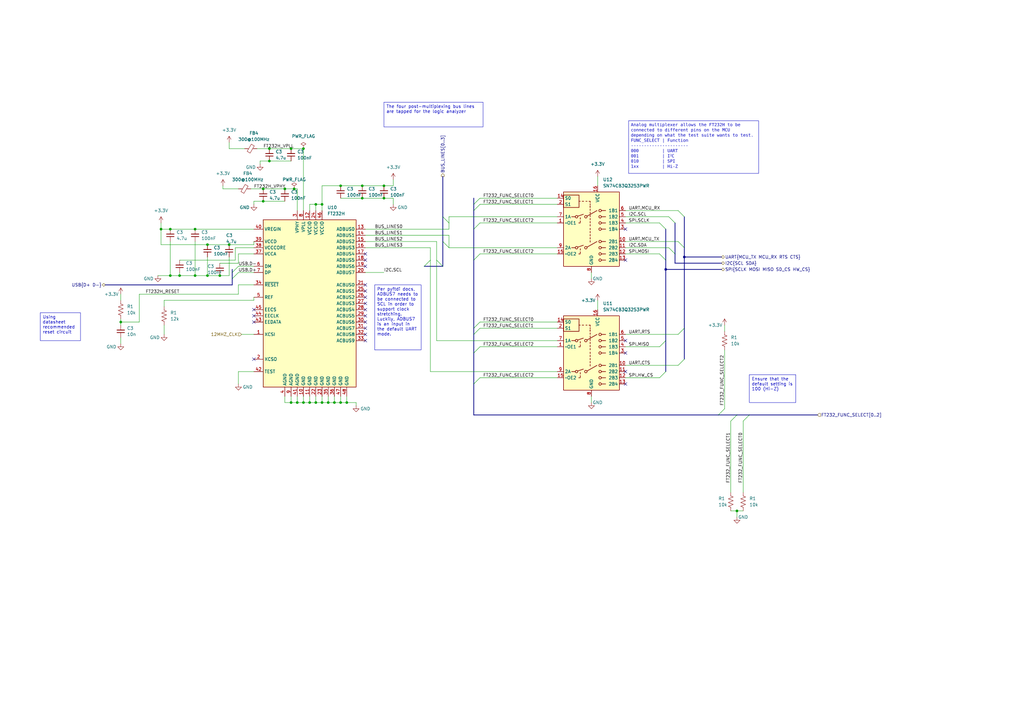
<source format=kicad_sch>
(kicad_sch (version 20230121) (generator eeschema)
  (paper "A3")
  (lib_symbols
    (symbol "Device:C_Small" (pin_numbers hide) (pin_names (offset 0.254) hide)
      (property "Reference" "C" (at 0.254 1.778 0))
      (property "Value" "C_Small" (at 0.254 -2.032 0))
      (symbol "C_Small_0_1"
        (polyline (pts (xy -1.524 -0.508) (xy 1.524 -0.508)) (stroke (width 0.3302)))
        (polyline (pts (xy -1.524 0.508) (xy 1.524 0.508)) (stroke (width 0.3048)))
      )
      (symbol "C_Small_1_1"
        (pin passive line (at 0 2.54 270) (length 2.032) (name "~") (number "1"))
        (pin passive line (at 0 -2.54 90) (length 2.032) (name "~") (number "2"))
      )
    )
    (symbol "Device:FerriteBead_Small" (pin_numbers hide) (pin_names (offset 0))
      (property "Reference" "FB" (at 1.905 1.27 0))
      (property "Value" "FerriteBead_Small" (at 1.905 -1.27 0))
      (symbol "FerriteBead_Small_0_1"
        (polyline (pts (xy 0 -1.27) (xy 0 -0.7874)))
        (polyline (pts (xy 0 0.889) (xy 0 1.2954)))
        (polyline (pts (xy -1.8288 0.2794) (xy -1.1176 1.4986) (xy 1.8288 -0.2032) (xy 1.1176 -1.4224) (xy -1.8288 0.2794)))
      )
      (symbol "FerriteBead_Small_1_1"
        (pin passive line (at 0 2.54 270) (length 1.27) (name "~") (number "1"))
        (pin passive line (at 0 -2.54 90) (length 1.27) (name "~") (number "2"))
      )
    )
    (symbol "Device:R_US" (pin_numbers hide) (pin_names (offset 0))
      (property "Reference" "R" (at 2.54 0 90))
      (property "Value" "R_US" (at -2.54 0 90))
      (symbol "R_US_0_1"
        (polyline (pts (xy 0 -2.286) (xy 0 -2.54)))
        (polyline (pts (xy 0 2.286) (xy 0 2.54)))
        (polyline (pts (xy 0 -0.762) (xy 1.016 -1.143) (xy 0 -1.524) (xy -1.016 -1.905) (xy 0 -2.286)))
        (polyline (pts (xy 0 0.762) (xy 1.016 0.381) (xy 0 0) (xy -1.016 -0.381) (xy 0 -0.762)))
        (polyline (pts (xy 0 2.286) (xy 1.016 1.905) (xy 0 1.524) (xy -1.016 1.143) (xy 0 0.762)))
      )
      (symbol "R_US_1_1"
        (pin passive line (at 0 3.81 270) (length 1.27) (name "~") (number "1"))
        (pin passive line (at 0 -3.81 90) (length 1.27) (name "~") (number "2"))
      )
    )
    (symbol "Interface_USB:FT232H"
      (property "Reference" "U" (at -19.05 35.56 0))
      (property "Value" "FT232H" (at 12.7 35.56 0))
      (symbol "FT232H_0_1"
        (rectangle (start -19.05 34.29) (end 19.05 -34.29) (stroke (width 0.254)) (fill (type background)))
      )
      (symbol "FT232H_1_1"
        (pin input line (at -22.86 -12.7 0) (length 3.81) (name "XCSI") (number "1"))
        (pin power_in line (at -2.54 -38.1 90) (length 3.81) (name "GND") (number "10"))
        (pin power_in line (at 0 -38.1 90) (length 3.81) (name "GND") (number "11"))
        (pin power_in line (at 0 38.1 270) (length 3.81) (name "VCCIO") (number "12"))
        (pin bidirectional line (at 22.86 30.48 180) (length 3.81) (name "ADBUS0") (number "13"))
        (pin bidirectional line (at 22.86 27.94 180) (length 3.81) (name "ADBUS1") (number "14"))
        (pin bidirectional line (at 22.86 25.4 180) (length 3.81) (name "ADBUS2") (number "15"))
        (pin bidirectional line (at 22.86 22.86 180) (length 3.81) (name "ADBUS3") (number "16"))
        (pin bidirectional line (at 22.86 20.32 180) (length 3.81) (name "ADBUS4") (number "17"))
        (pin bidirectional line (at 22.86 17.78 180) (length 3.81) (name "ADBUS5") (number "18"))
        (pin bidirectional line (at 22.86 15.24 180) (length 3.81) (name "ADBUS6") (number "19"))
        (pin output line (at -22.86 -22.86 0) (length 3.81) (name "XCSO") (number "2"))
        (pin bidirectional line (at 22.86 12.7 180) (length 3.81) (name "ADBUS7") (number "20"))
        (pin bidirectional line (at 22.86 7.62 180) (length 3.81) (name "ACBUS0") (number "21"))
        (pin power_in line (at 2.54 -38.1 90) (length 3.81) (name "GND") (number "22"))
        (pin power_in line (at 5.08 -38.1 90) (length 3.81) (name "GND") (number "23"))
        (pin power_in line (at 2.54 38.1 270) (length 3.81) (name "VCCIO") (number "24"))
        (pin bidirectional line (at 22.86 5.08 180) (length 3.81) (name "ACBUS1") (number "25"))
        (pin bidirectional line (at 22.86 2.54 180) (length 3.81) (name "ACBUS2") (number "26"))
        (pin bidirectional line (at 22.86 0 180) (length 3.81) (name "ACBUS3") (number "27"))
        (pin bidirectional line (at 22.86 -2.54 180) (length 3.81) (name "ACBUS4") (number "28"))
        (pin bidirectional line (at 22.86 -5.08 180) (length 3.81) (name "ACBUS5") (number "29"))
        (pin power_in line (at -5.08 38.1 270) (length 3.81) (name "VPHY") (number "3"))
        (pin bidirectional line (at 22.86 -7.62 180) (length 3.81) (name "ACBUS6") (number "30"))
        (pin bidirectional line (at 22.86 -10.16 180) (length 3.81) (name "ACBUS7") (number "31"))
        (pin bidirectional line (at 22.86 -12.7 180) (length 3.81) (name "ACBUS8") (number "32"))
        (pin bidirectional line (at 22.86 -15.24 180) (length 3.81) (name "ACBUS9") (number "33"))
        (pin input line (at -22.86 7.62 0) (length 3.81) (name "~{RESET}") (number "34"))
        (pin power_in line (at 7.62 -38.1 90) (length 3.81) (name "GND") (number "35"))
        (pin power_in line (at 10.16 -38.1 90) (length 3.81) (name "GND") (number "36"))
        (pin power_out line (at -22.86 20.32 0) (length 3.81) (name "VCCA") (number "37"))
        (pin power_out line (at -22.86 22.86 0) (length 3.81) (name "VCCCORE") (number "38"))
        (pin power_in line (at -22.86 25.4 0) (length 3.81) (name "VCCD") (number "39"))
        (pin power_in line (at -10.16 -38.1 90) (length 3.81) (name "AGND") (number "4"))
        (pin power_in line (at -22.86 30.48 0) (length 3.81) (name "VREGIN") (number "40"))
        (pin power_in line (at -5.08 -38.1 90) (length 3.81) (name "AGND") (number "41"))
        (pin input line (at -22.86 -27.94 0) (length 3.81) (name "TEST") (number "42"))
        (pin bidirectional line (at -22.86 -7.62 0) (length 3.81) (name "EEDATA") (number "43"))
        (pin input line (at -22.86 -5.08 0) (length 3.81) (name "EECLK") (number "44"))
        (pin input line (at -22.86 -2.54 0) (length 3.81) (name "EECS") (number "45"))
        (pin power_in line (at 5.08 38.1 270) (length 3.81) (name "VCCIO") (number "46"))
        (pin power_in line (at 12.7 -38.1 90) (length 3.81) (name "GND") (number "47"))
        (pin power_in line (at 15.24 -38.1 90) (length 3.81) (name "GND") (number "48"))
        (pin input line (at -22.86 2.54 0) (length 3.81) (name "REF") (number "5"))
        (pin bidirectional line (at -22.86 15.24 0) (length 3.81) (name "DM") (number "6"))
        (pin bidirectional line (at -22.86 12.7 0) (length 3.81) (name "DP") (number "7"))
        (pin power_in line (at -2.54 38.1 270) (length 3.81) (name "VPLL") (number "8"))
        (pin power_in line (at -7.62 -38.1 90) (length 3.81) (name "AGND") (number "9"))
      )
    )
    (symbol "power:+3.3V" (power) (pin_names (offset 0))
      (property "Value" "+3.3V" (at 0 3.556 0))
      (symbol "+3.3V_0_1"
        (polyline (pts (xy -0.762 1.27) (xy 0 2.54)))
        (polyline (pts (xy 0 0) (xy 0 2.54)))
        (polyline (pts (xy 0 2.54) (xy 0.762 1.27)))
      )
      (symbol "+3.3V_1_1"
        (pin power_in line (at 0 0 90) (length 0) hide (name "+3.3V") (number "1"))
      )
    )
    (symbol "power:GND" (power) (pin_names (offset 0))
      (property "Value" "GND" (at 0 -3.81 0))
      (symbol "GND_0_1"
        (polyline (pts (xy 0 0) (xy 0 -1.27) (xy 1.27 -1.27) (xy 0 -2.54) (xy -1.27 -1.27) (xy 0 -1.27)))
      )
      (symbol "GND_1_1"
        (pin power_in line (at 0 0 270) (length 0) hide (name "GND") (number "1"))
      )
    )
    (symbol "power:PWR_FLAG" (power) (pin_numbers hide) (pin_names (offset 0) hide)
      (property "Value" "PWR_FLAG" (at 0 3.81 0))
      (symbol "PWR_FLAG_0_0"
        (pin power_out line (at 0 0 90) (length 0) (name "pwr") (number "1"))
      )
      (symbol "PWR_FLAG_0_1"
        (polyline (pts (xy 0 0) (xy 0 1.27) (xy -1.016 1.905) (xy 0 2.54) (xy 1.016 1.905) (xy 0 1.27)))
      )
    )
    (symbol "project libraries:SN74CB3Q3253PWR"
      (property "Reference" "U" (at -10.16 16.51 0))
      (property "Value" "SN74CB3Q3253PWR" (at 3.81 16.51 0))
      (symbol "SN74CB3Q3253PWR_0_1"
        (rectangle (start -11.43 13.97) (end -5.08 8.89) (stroke (width 0.254)))
        (rectangle (start -11.43 15.24) (end 11.43 -15.24) (stroke (width 0.254)) (fill (type background)))
        (circle (center -6.096 -7.62) (radius 0.508) (stroke (width 0.254)))
        (circle (center -6.096 5.08) (radius 0.508) (stroke (width 0.254)))
        (circle (center -2.286 -7.62) (radius 0.508) (stroke (width 0.254)))
        (circle (center -2.286 5.08) (radius 0.508) (stroke (width 0.254)))
        (polyline (pts (xy -8.128 -7.62) (xy -6.604 -7.62)) (stroke (width 0.254)))
        (polyline (pts (xy -8.128 5.08) (xy -6.604 5.08)) (stroke (width 0.254)))
        (polyline (pts (xy -5.588 -7.366) (xy -3.302 -6.604)) (stroke (width 0.254)))
        (polyline (pts (xy -5.588 5.334) (xy -3.302 6.096)) (stroke (width 0.254)))
        (polyline (pts (xy -4.572 -10.16) (xy -5.207 -10.16)) (stroke (width 0.254)))
        (polyline (pts (xy -4.572 -9.906) (xy -4.572 -9.271)) (stroke (width 0.254)))
        (polyline (pts (xy -4.572 -8.636) (xy -4.572 -8.001)) (stroke (width 0.254)))
        (polyline (pts (xy -4.572 2.54) (xy -5.207 2.54)) (stroke (width 0.254)))
        (polyline (pts (xy -4.572 2.794) (xy -4.572 3.429)) (stroke (width 0.254)))
        (polyline (pts (xy -4.572 4.064) (xy -4.572 4.699)) (stroke (width 0.254)))
        (polyline (pts (xy -4.572 11.43) (xy -5.08 11.43)) (stroke (width 0.254)))
        (polyline (pts (xy -3.81 11.43) (xy -3.175 11.43)) (stroke (width 0.254)))
        (polyline (pts (xy -1.778 -7.366) (xy 2.286 -5.08)) (stroke (width 0.254)))
        (polyline (pts (xy -1.778 5.334) (xy 2.286 7.62)) (stroke (width 0.254)))
        (polyline (pts (xy -1.778 11.43) (xy -2.286 11.43)) (stroke (width 0.254)))
        (polyline (pts (xy -0.508 -5.334) (xy -0.508 -4.699)) (stroke (width 0.254)))
        (polyline (pts (xy -0.508 -4.064) (xy -0.508 -3.429)) (stroke (width 0.254)))
        (polyline (pts (xy -0.508 -2.794) (xy -0.508 -2.159)) (stroke (width 0.254)))
        (polyline (pts (xy -0.508 -1.524) (xy -0.508 -0.889)) (stroke (width 0.254)))
        (polyline (pts (xy -0.508 -0.254) (xy -0.508 0.381)) (stroke (width 0.254)))
        (polyline (pts (xy -0.508 1.27) (xy -0.508 1.905)) (stroke (width 0.254)))
        (polyline (pts (xy -0.508 2.54) (xy -0.508 3.175)) (stroke (width 0.254)))
        (polyline (pts (xy -0.508 3.81) (xy -0.508 4.445)) (stroke (width 0.254)))
        (polyline (pts (xy -0.508 5.08) (xy -0.508 5.715)) (stroke (width 0.254)))
        (polyline (pts (xy -0.508 6.35) (xy -0.508 6.985)) (stroke (width 0.254)))
        (polyline (pts (xy -0.508 7.62) (xy -0.508 8.255)) (stroke (width 0.254)))
        (polyline (pts (xy -0.508 8.89) (xy -0.508 9.398)) (stroke (width 0.254)))
        (polyline (pts (xy -0.508 8.89) (xy -0.508 9.525)) (stroke (width 0.254)))
        (polyline (pts (xy -0.508 9.906) (xy -0.508 10.414)) (stroke (width 0.254)))
        (polyline (pts (xy -0.508 10.922) (xy -0.508 11.43)) (stroke (width 0.254)))
        (polyline (pts (xy -0.508 11.43) (xy -1.016 11.43)) (stroke (width 0.254)))
        (polyline (pts (xy 4.064 -12.7) (xy 5.842 -12.7)) (stroke (width 0.254)))
        (polyline (pts (xy 4.064 -10.16) (xy 5.842 -10.16)) (stroke (width 0.254)))
        (polyline (pts (xy 4.064 -7.62) (xy 5.842 -7.62)) (stroke (width 0.254)))
        (polyline (pts (xy 4.064 -5.08) (xy 5.842 -5.08)) (stroke (width 0.254)))
        (polyline (pts (xy 4.064 0) (xy 5.842 0)) (stroke (width 0.254)))
        (polyline (pts (xy 4.064 2.54) (xy 5.842 2.54)) (stroke (width 0.254)))
        (polyline (pts (xy 4.064 5.08) (xy 5.842 5.08)) (stroke (width 0.254)))
        (polyline (pts (xy 4.064 7.62) (xy 5.842 7.62)) (stroke (width 0.254)))
        (circle (center 3.556 -12.7) (radius 0.508) (stroke (width 0.254)))
        (circle (center 3.556 -10.16) (radius 0.508) (stroke (width 0.254)))
        (circle (center 3.556 -7.62) (radius 0.508) (stroke (width 0.254)))
        (circle (center 3.556 -5.08) (radius 0.508) (stroke (width 0.254)))
        (circle (center 3.556 0) (radius 0.508) (stroke (width 0.254)))
        (circle (center 3.556 2.54) (radius 0.508) (stroke (width 0.254)))
        (circle (center 3.556 5.08) (radius 0.508) (stroke (width 0.254)))
        (circle (center 3.556 7.62) (radius 0.508) (stroke (width 0.254)))
      )
      (symbol "SN74CB3Q3253PWR_1_1"
        (pin input line (at -13.97 2.54 0) (length 2.54) (name "~OE1") (number "1"))
        (pin bidirectional line (at 13.97 -5.08 180) (length 2.54) (name "2B1") (number "10"))
        (pin bidirectional line (at 13.97 -7.62 180) (length 2.54) (name "2B2") (number "11"))
        (pin bidirectional line (at 13.97 -10.16 180) (length 2.54) (name "2B3") (number "12"))
        (pin bidirectional line (at 13.97 -12.7 180) (length 2.54) (name "2B4") (number "13"))
        (pin input line (at -13.97 12.7 0) (length 2.54) (name "S0") (number "14"))
        (pin input line (at -13.97 -10.16 0) (length 2.54) (name "~OE2") (number "15"))
        (pin power_in line (at 2.54 17.78 270) (length 2.54) (name "VCC") (number "16"))
        (pin input line (at -13.97 10.16 0) (length 2.54) (name "S1") (number "2"))
        (pin bidirectional line (at 13.97 0 180) (length 2.54) (name "1B4") (number "3"))
        (pin bidirectional line (at 13.97 2.54 180) (length 2.54) (name "1B3") (number "4"))
        (pin bidirectional line (at 13.97 5.08 180) (length 2.54) (name "1B2") (number "5"))
        (pin bidirectional line (at 13.97 7.62 180) (length 2.54) (name "1B1") (number "6"))
        (pin bidirectional line (at -13.97 5.08 0) (length 2.54) (name "1A") (number "7"))
        (pin power_in line (at 0 -17.78 90) (length 2.54) (name "GND") (number "8"))
        (pin bidirectional line (at -13.97 -7.62 0) (length 2.54) (name "2A") (number "9"))
      )
    )
  )
  (junction (at 49.53 132.08))
  (junction (at 110.49 60.96))
  (junction (at 107.95 77.47))
  (junction (at 132.08 165.1))
  (junction (at 69.85 93.98))
  (junction (at 157.48 81.28))
  (junction (at 73.66 113.03))
  (junction (at 80.01 93.98))
  (junction (at 134.62 165.1))
  (junction (at 124.46 60.96))
  (junction (at 129.54 83.82))
  (junction (at 120.65 77.47))
  (junction (at 142.24 165.1))
  (junction (at 139.7 76.2))
  (junction (at 302.26 209.55))
  (junction (at 107.95 82.55))
  (junction (at 148.59 81.28))
  (junction (at 148.59 76.2))
  (junction (at 280.67 105.41))
  (junction (at 273.05 110.49))
  (junction (at 66.04 93.98))
  (junction (at 129.54 165.1))
  (junction (at 132.08 83.82))
  (junction (at 85.09 100.33))
  (junction (at 69.85 113.03))
  (junction (at 121.92 165.1))
  (junction (at 80.01 113.03))
  (junction (at 119.38 165.1))
  (junction (at 139.7 165.1))
  (junction (at 93.98 100.33))
  (junction (at 157.48 76.2))
  (junction (at 110.49 66.04))
  (junction (at 137.16 165.1))
  (junction (at 85.09 113.03))
  (junction (at 124.46 165.1))
  (junction (at 127 165.1))
  (junction (at 119.38 60.96))
  (junction (at 90.17 113.03))
  (junction (at 116.84 77.47))
  (no_connect (at 149.86 124.46))
  (no_connect (at 149.86 139.7))
  (no_connect (at 149.86 127))
  (no_connect (at 149.86 104.14))
  (no_connect (at 104.14 132.08))
  (no_connect (at 149.86 109.22))
  (no_connect (at 149.86 121.92))
  (no_connect (at 149.86 134.62))
  (no_connect (at 256.54 157.48))
  (no_connect (at 149.86 116.84))
  (no_connect (at 149.86 132.08))
  (no_connect (at 149.86 137.16))
  (no_connect (at 256.54 139.7))
  (no_connect (at 149.86 129.54))
  (no_connect (at 256.54 144.78))
  (no_connect (at 149.86 119.38))
  (no_connect (at 104.14 147.32))
  (no_connect (at 256.54 152.4))
  (no_connect (at 149.86 106.68))
  (no_connect (at 256.54 106.68))
  (no_connect (at 104.14 127))
  (no_connect (at 256.54 93.98))
  (no_connect (at 104.14 129.54))
  (bus_entry (at 179.07 106.68) (size 2.54 2.54))
  (bus_entry (at 194.31 157.48) (size 2.54 -2.54))
  (bus_entry (at 274.32 88.9) (size 2.54 2.54))
  (bus_entry (at 307.34 170.18) (size -2.54 2.54))
  (bus_entry (at 194.31 106.68) (size 2.54 -2.54))
  (bus_entry (at 278.13 137.16) (size 2.54 -2.54))
  (bus_entry (at 194.31 93.98) (size 2.54 -2.54))
  (bus_entry (at 273.05 139.7) (size -2.54 2.54))
  (bus_entry (at 173.99 109.22) (size 2.54 -2.54))
  (bus_entry (at 194.31 86.36) (size 2.54 -2.54))
  (bus_entry (at 95.25 111.76) (size 2.54 -2.54))
  (bus_entry (at 181.61 88.9) (size 2.54 2.54))
  (bus_entry (at 302.26 170.18) (size -2.54 2.54))
  (bus_entry (at 278.13 99.06) (size 2.54 2.54))
  (bus_entry (at 278.13 86.36) (size 2.54 2.54))
  (bus_entry (at 270.51 91.44) (size 2.54 2.54))
  (bus_entry (at 194.31 83.82) (size 2.54 -2.54))
  (bus_entry (at 274.32 101.6) (size 2.54 2.54))
  (bus_entry (at 194.31 137.16) (size 2.54 -2.54))
  (bus_entry (at 181.61 99.06) (size 2.54 2.54))
  (bus_entry (at 278.13 149.86) (size 2.54 -2.54))
  (bus_entry (at 194.31 144.78) (size 2.54 -2.54))
  (bus_entry (at 273.05 152.4) (size -2.54 2.54))
  (bus_entry (at 95.25 114.3) (size 2.54 -2.54))
  (bus_entry (at 294.64 170.18) (size 2.54 -2.54))
  (bus_entry (at 194.31 134.62) (size 2.54 -2.54))
  (bus_entry (at 270.51 104.14) (size 2.54 2.54))
  (wire (pts (xy 73.66 106.68) (xy 96.52 106.68)))
  (bus (pts (xy 95.25 111.76) (xy 95.25 114.3)))
  (wire (pts (xy 93.98 113.03) (xy 90.17 113.03)))
  (wire (pts (xy 97.79 77.47) (xy 91.44 77.47)))
  (wire (pts (xy 184.15 88.9) (xy 184.15 91.44)))
  (wire (pts (xy 304.8 172.72) (xy 304.8 201.93)))
  (wire (pts (xy 196.85 142.24) (xy 228.6 142.24)))
  (wire (pts (xy 256.54 104.14) (xy 270.51 104.14)))
  (wire (pts (xy 139.7 162.56) (xy 139.7 165.1)))
  (wire (pts (xy 161.29 81.28) (xy 161.29 83.82)))
  (bus (pts (xy 276.86 104.14) (xy 276.86 107.95)))
  (wire (pts (xy 176.53 101.6) (xy 176.53 106.68)))
  (bus (pts (xy 181.61 88.9) (xy 181.61 99.06)))
  (bus (pts (xy 194.31 144.78) (xy 194.31 157.48)))
  (wire (pts (xy 80.01 113.03) (xy 85.09 113.03)))
  (wire (pts (xy 196.85 104.14) (xy 228.6 104.14)))
  (wire (pts (xy 245.11 123.19) (xy 245.11 127)))
  (wire (pts (xy 129.54 83.82) (xy 129.54 86.36)))
  (wire (pts (xy 49.53 130.81) (xy 49.53 132.08)))
  (bus (pts (xy 194.31 170.18) (xy 294.64 170.18)))
  (wire (pts (xy 49.53 120.65) (xy 49.53 123.19)))
  (wire (pts (xy 104.14 152.4) (xy 97.79 152.4)))
  (wire (pts (xy 157.48 76.2) (xy 148.59 76.2)))
  (wire (pts (xy 66.04 93.98) (xy 66.04 91.44)))
  (wire (pts (xy 116.84 162.56) (xy 116.84 165.1)))
  (wire (pts (xy 64.77 113.03) (xy 69.85 113.03)))
  (wire (pts (xy 106.68 66.04) (xy 110.49 66.04)))
  (wire (pts (xy 302.26 209.55) (xy 304.8 209.55)))
  (wire (pts (xy 256.54 91.44) (xy 270.51 91.44)))
  (wire (pts (xy 73.66 113.03) (xy 80.01 113.03)))
  (wire (pts (xy 116.84 82.55) (xy 107.95 82.55)))
  (wire (pts (xy 127 83.82) (xy 127 86.36)))
  (wire (pts (xy 124.46 162.56) (xy 124.46 165.1)))
  (wire (pts (xy 73.66 111.76) (xy 73.66 113.03)))
  (wire (pts (xy 157.48 81.28) (xy 161.29 81.28)))
  (wire (pts (xy 85.09 100.33) (xy 66.04 100.33)))
  (wire (pts (xy 142.24 162.56) (xy 142.24 165.1)))
  (wire (pts (xy 116.84 165.1) (xy 119.38 165.1)))
  (bus (pts (xy 295.91 107.95) (xy 276.86 107.95)))
  (wire (pts (xy 132.08 165.1) (xy 134.62 165.1)))
  (wire (pts (xy 184.15 88.9) (xy 228.6 88.9)))
  (wire (pts (xy 132.08 162.56) (xy 132.08 165.1)))
  (wire (pts (xy 110.49 66.04) (xy 119.38 66.04)))
  (wire (pts (xy 142.24 165.1) (xy 146.05 165.1)))
  (wire (pts (xy 256.54 88.9) (xy 274.32 88.9)))
  (wire (pts (xy 104.14 93.98) (xy 80.01 93.98)))
  (wire (pts (xy 124.46 86.36) (xy 124.46 60.96)))
  (wire (pts (xy 149.86 99.06) (xy 179.07 99.06)))
  (wire (pts (xy 132.08 83.82) (xy 129.54 83.82)))
  (bus (pts (xy 302.26 170.18) (xy 307.34 170.18)))
  (bus (pts (xy 194.31 134.62) (xy 194.31 137.16)))
  (wire (pts (xy 100.33 60.96) (xy 93.98 60.96)))
  (wire (pts (xy 106.68 67.31) (xy 106.68 66.04)))
  (bus (pts (xy 273.05 110.49) (xy 273.05 139.7)))
  (bus (pts (xy 280.67 105.41) (xy 280.67 134.62)))
  (wire (pts (xy 119.38 162.56) (xy 119.38 165.1)))
  (wire (pts (xy 184.15 96.52) (xy 184.15 101.6)))
  (bus (pts (xy 181.61 72.39) (xy 181.61 88.9)))
  (wire (pts (xy 129.54 83.82) (xy 127 83.82)))
  (wire (pts (xy 242.57 111.76) (xy 242.57 114.3)))
  (wire (pts (xy 179.07 139.7) (xy 228.6 139.7)))
  (wire (pts (xy 127 165.1) (xy 129.54 165.1)))
  (wire (pts (xy 104.14 121.92) (xy 104.14 123.19)))
  (bus (pts (xy 307.34 170.18) (xy 335.28 170.18)))
  (bus (pts (xy 194.31 81.28) (xy 194.31 83.82)))
  (wire (pts (xy 146.05 165.1) (xy 146.05 166.37)))
  (wire (pts (xy 129.54 165.1) (xy 132.08 165.1)))
  (wire (pts (xy 184.15 101.6) (xy 228.6 101.6)))
  (wire (pts (xy 110.49 60.96) (xy 119.38 60.96)))
  (wire (pts (xy 299.72 209.55) (xy 302.26 209.55)))
  (wire (pts (xy 102.87 77.47) (xy 107.95 77.47)))
  (bus (pts (xy 194.31 93.98) (xy 194.31 106.68)))
  (wire (pts (xy 196.85 134.62) (xy 228.6 134.62)))
  (wire (pts (xy 104.14 101.6) (xy 96.52 101.6)))
  (wire (pts (xy 124.46 60.96) (xy 119.38 60.96)))
  (wire (pts (xy 80.01 99.06) (xy 80.01 113.03)))
  (wire (pts (xy 256.54 137.16) (xy 278.13 137.16)))
  (wire (pts (xy 134.62 165.1) (xy 137.16 165.1)))
  (wire (pts (xy 256.54 154.94) (xy 270.51 154.94)))
  (wire (pts (xy 161.29 76.2) (xy 157.48 76.2)))
  (wire (pts (xy 124.46 165.1) (xy 127 165.1)))
  (wire (pts (xy 132.08 76.2) (xy 132.08 83.82)))
  (wire (pts (xy 148.59 81.28) (xy 157.48 81.28)))
  (wire (pts (xy 93.98 100.33) (xy 104.14 100.33)))
  (wire (pts (xy 97.79 111.76) (xy 104.14 111.76)))
  (bus (pts (xy 280.67 101.6) (xy 280.67 105.41)))
  (wire (pts (xy 49.53 138.43) (xy 49.53 140.97)))
  (wire (pts (xy 104.14 82.55) (xy 104.14 83.82)))
  (wire (pts (xy 116.84 77.47) (xy 120.65 77.47)))
  (wire (pts (xy 119.38 165.1) (xy 121.92 165.1)))
  (wire (pts (xy 57.15 120.65) (xy 57.15 132.08)))
  (wire (pts (xy 97.79 107.95) (xy 90.17 107.95)))
  (wire (pts (xy 149.86 93.98) (xy 184.15 93.98)))
  (wire (pts (xy 256.54 149.86) (xy 278.13 149.86)))
  (wire (pts (xy 245.11 72.39) (xy 245.11 76.2)))
  (bus (pts (xy 276.86 91.44) (xy 276.86 104.14)))
  (wire (pts (xy 97.79 120.65) (xy 57.15 120.65)))
  (wire (pts (xy 196.85 132.08) (xy 228.6 132.08)))
  (wire (pts (xy 149.86 111.76) (xy 157.48 111.76)))
  (wire (pts (xy 256.54 142.24) (xy 270.51 142.24)))
  (bus (pts (xy 194.31 86.36) (xy 194.31 93.98)))
  (wire (pts (xy 134.62 162.56) (xy 134.62 165.1)))
  (wire (pts (xy 184.15 91.44) (xy 184.15 93.98)))
  (bus (pts (xy 181.61 99.06) (xy 181.61 109.22)))
  (wire (pts (xy 85.09 100.33) (xy 93.98 100.33)))
  (wire (pts (xy 97.79 109.22) (xy 104.14 109.22)))
  (wire (pts (xy 49.53 132.08) (xy 49.53 133.35)))
  (wire (pts (xy 85.09 105.41) (xy 85.09 113.03)))
  (wire (pts (xy 104.14 123.19) (xy 67.31 123.19)))
  (wire (pts (xy 99.06 137.16) (xy 104.14 137.16)))
  (wire (pts (xy 176.53 106.68) (xy 176.53 152.4)))
  (wire (pts (xy 302.26 209.55) (xy 302.26 212.09)))
  (wire (pts (xy 121.92 77.47) (xy 121.92 86.36)))
  (bus (pts (xy 194.31 170.18) (xy 194.31 157.48)))
  (wire (pts (xy 69.85 93.98) (xy 66.04 93.98)))
  (wire (pts (xy 179.07 99.06) (xy 179.07 106.68)))
  (wire (pts (xy 104.14 116.84) (xy 97.79 116.84)))
  (wire (pts (xy 85.09 113.03) (xy 90.17 113.03)))
  (bus (pts (xy 194.31 83.82) (xy 194.31 86.36)))
  (wire (pts (xy 196.85 83.82) (xy 228.6 83.82)))
  (wire (pts (xy 104.14 104.14) (xy 97.79 104.14)))
  (bus (pts (xy 273.05 106.68) (xy 273.05 110.49)))
  (bus (pts (xy 194.31 137.16) (xy 194.31 144.78)))
  (wire (pts (xy 66.04 100.33) (xy 66.04 93.98)))
  (wire (pts (xy 104.14 100.33) (xy 104.14 99.06)))
  (bus (pts (xy 43.18 116.84) (xy 95.25 116.84)))
  (bus (pts (xy 294.64 170.18) (xy 302.26 170.18)))
  (wire (pts (xy 97.79 152.4) (xy 97.79 157.48)))
  (wire (pts (xy 67.31 133.35) (xy 67.31 137.16)))
  (wire (pts (xy 121.92 165.1) (xy 124.46 165.1)))
  (wire (pts (xy 121.92 162.56) (xy 121.92 165.1)))
  (wire (pts (xy 137.16 162.56) (xy 137.16 165.1)))
  (wire (pts (xy 297.18 133.35) (xy 297.18 135.89)))
  (wire (pts (xy 196.85 81.28) (xy 228.6 81.28)))
  (wire (pts (xy 299.72 172.72) (xy 299.72 201.93)))
  (wire (pts (xy 149.86 96.52) (xy 184.15 96.52)))
  (wire (pts (xy 105.41 60.96) (xy 110.49 60.96)))
  (wire (pts (xy 93.98 60.96) (xy 93.98 58.42)))
  (wire (pts (xy 137.16 165.1) (xy 139.7 165.1)))
  (bus (pts (xy 280.67 134.62) (xy 280.67 147.32)))
  (wire (pts (xy 91.44 77.47) (xy 91.44 76.2)))
  (bus (pts (xy 295.91 105.41) (xy 280.67 105.41)))
  (wire (pts (xy 129.54 162.56) (xy 129.54 165.1)))
  (wire (pts (xy 127 162.56) (xy 127 165.1)))
  (wire (pts (xy 179.07 106.68) (xy 179.07 139.7)))
  (wire (pts (xy 139.7 81.28) (xy 148.59 81.28)))
  (wire (pts (xy 96.52 101.6) (xy 96.52 106.68)))
  (wire (pts (xy 132.08 83.82) (xy 132.08 86.36)))
  (wire (pts (xy 80.01 93.98) (xy 69.85 93.98)))
  (wire (pts (xy 139.7 76.2) (xy 132.08 76.2)))
  (bus (pts (xy 95.25 110.49) (xy 95.25 111.76)))
  (bus (pts (xy 95.25 114.3) (xy 95.25 116.84)))
  (wire (pts (xy 148.59 76.2) (xy 139.7 76.2)))
  (wire (pts (xy 107.95 77.47) (xy 116.84 77.47)))
  (wire (pts (xy 149.86 101.6) (xy 176.53 101.6)))
  (wire (pts (xy 93.98 105.41) (xy 93.98 113.03)))
  (wire (pts (xy 97.79 104.14) (xy 97.79 107.95)))
  (bus (pts (xy 295.91 110.49) (xy 273.05 110.49)))
  (wire (pts (xy 242.57 162.56) (xy 242.57 165.1)))
  (wire (pts (xy 97.79 116.84) (xy 97.79 120.65)))
  (wire (pts (xy 107.95 82.55) (xy 104.14 82.55)))
  (wire (pts (xy 69.85 99.06) (xy 69.85 113.03)))
  (bus (pts (xy 273.05 139.7) (xy 273.05 152.4)))
  (wire (pts (xy 161.29 73.66) (xy 161.29 76.2)))
  (wire (pts (xy 176.53 152.4) (xy 228.6 152.4)))
  (wire (pts (xy 57.15 132.08) (xy 49.53 132.08)))
  (wire (pts (xy 67.31 123.19) (xy 67.31 125.73)))
  (wire (pts (xy 120.65 77.47) (xy 121.92 77.47)))
  (bus (pts (xy 273.05 93.98) (xy 273.05 106.68)))
  (wire (pts (xy 256.54 86.36) (xy 278.13 86.36)))
  (bus (pts (xy 173.99 109.22) (xy 181.61 109.22)))
  (wire (pts (xy 196.85 91.44) (xy 228.6 91.44)))
  (wire (pts (xy 69.85 113.03) (xy 73.66 113.03)))
  (bus (pts (xy 280.67 88.9) (xy 280.67 101.6)))
  (wire (pts (xy 196.85 154.94) (xy 228.6 154.94)))
  (wire (pts (xy 139.7 165.1) (xy 142.24 165.1)))
  (wire (pts (xy 256.54 99.06) (xy 278.13 99.06)))
  (wire (pts (xy 297.18 143.51) (xy 297.18 167.64)))
  (wire (pts (xy 256.54 101.6) (xy 274.32 101.6)))
  (bus (pts (xy 194.31 106.68) (xy 194.31 134.62)))
  (text_box "Per pyftdi docs, ADBUS7 needs to be connected to SCL in order to support clock stretching.  Luckily, ADBUS7 is an input in the default UART mode." (at 153.67 116.84 0) (size 19.05 26.67) (effects (font (size 1.27 1.27)) (justify left top)))
  (text_box "Using datasheet recommended reset circuit" (at 16.51 128.27 0) (size 16.51 11.43) (effects (font (size 1.27 1.27)) (justify left top)))
  (text_box "Ensure that the default setting is 100 (Hi-Z)" (at 307.34 153.67 0) (size 19.05 11.43) (effects (font (size 1.27 1.27)) (justify left top)))
  (text_box "The four post-multiplexing bus lines are tapped for the logic analyzer" (at 157.48 41.91 0) (size 40.64 10.16) (effects (font (size 1.27 1.27)) (justify left top)))
  (text_box "Analog multiplexer allows the FT232H to be connected to different pins on the MCU depending on what the test suite wants to test. \nFUNC_SELECT | Function\n----------------------\n000         | UART\n001         | I^{2}C\n010         | SPI\n1xx         | Hi-Z" (at 257.81 49.53 0) (size 53.34 21.59) (effects (font (size 1.27 1.27)) (justify left top)))
  (label "FT232H_VPHY" (at 104.14 77.47 0))
  (label "FT232_FUNC_SELECT2" (at 297.18 166.37 90))
  (label "FT232H_RESET" (at 59.69 120.65 0))
  (label "I2C.SCL" (at 157.48 111.76 0))
  (label "SPI.HW_CS" (at 257.81 154.94 0))
  (label "BUS_LINES3" (at 153.67 101.6 0))
  (label "FT232_FUNC_SELECT2" (at 198.12 91.44 0))
  (label "FT232_FUNC_SELECT2" (at 198.12 154.94 0))
  (label "FT232_FUNC_SELECT2" (at 198.12 142.24 0))
  (label "BUS_LINES0" (at 153.67 93.98 0))
  (label "UART.RTS" (at 257.81 137.16 0))
  (label "BUS_LINES2" (at 153.67 99.06 0))
  (label "UART.CTS" (at 257.81 149.86 0))
  (label "FT232H_VPLL" (at 107.95 60.96 0))
  (label "FT232_FUNC_SELECT1" (at 299.72 198.12 90))
  (label "FT232_FUNC_SELECT1" (at 198.12 83.82 0))
  (label "SPI.MISO" (at 257.81 142.24 0))
  (label "USB.D+" (at 97.79 111.76 0))
  (label "UART.MCU_TX" (at 257.81 99.06 0))
  (label "UART.MCU_RX" (at 257.81 86.36 0))
  (label "SPI.MOSI" (at 257.81 104.14 0))
  (label "FT232_FUNC_SELECT0" (at 198.12 132.08 0))
  (label "FT232_FUNC_SELECT0" (at 304.8 198.12 90))
  (label "BUS_LINES1" (at 153.67 96.52 0))
  (label "FT232_FUNC_SELECT1" (at 198.12 134.62 0))
  (label "USB.D-" (at 97.79 109.22 0))
  (label "I2C.SDA" (at 257.81 101.6 0))
  (label "I2C.SCL" (at 257.81 88.9 0))
  (label "FT232_FUNC_SELECT0" (at 198.12 81.28 0))
  (label "SPI.SCLK" (at 257.81 91.44 0))
  (label "FT232_FUNC_SELECT2" (at 198.12 104.14 0))
  (hierarchical_label "12MHZ_CLK" (shape input) (at 99.06 137.16 180))
  (hierarchical_label "I2C{SCL SDA}" (shape bidirectional) (at 295.91 107.95 0))
  (hierarchical_label "FT232_FUNC_SELECT[0..2]" (shape input) (at 335.28 170.18 0))
  (hierarchical_label "SPI{SCLK MOSI MISO SD_CS HW_CS}" (shape bidirectional) (at 295.91 110.49 0))
  (hierarchical_label "BUS_LINES[0..3]" (shape output) (at 181.61 72.39 90))
  (hierarchical_label "UART{MCU_TX MCU_RX RTS CTS}" (shape bidirectional) (at 295.91 105.41 0))
  (hierarchical_label "USB{D+ D-}" (shape bidirectional) (at 43.18 116.84 180))
  (symbol (lib_id "Device:C_Small") (at 69.85 96.52 180) (unit 1)
    (property "Reference" "C3" (at 72.39 95.2436 0) (effects (justify right)))
    (property "Value" "4.7u" (at 72.39 97.7836 0) (effects (justify right)))
    (property "Footprint" "Capacitor_SMD:C_1206_3216Metric" (effects hide))
    (property "Supplier" "Digi-Key" (effects hide))
    (property "LibRef" "CL31B475KBHNNNE" (effects hide))
    (instances (project "mbed-ce-ci-shield-v2" (path "" (reference "C3") (unit 1)) (path "" (reference "C24") (unit 1))))
  )
  (symbol (lib_id "Device:C_Small") (at 139.7 78.74 180) (unit 1)
    (property "Reference" "C3" (at 142.24 77.4636 0) (effects (justify right)))
    (property "Value" "100nF" (at 142.24 80.0036 0) (effects (justify right)))
    (property "Footprint" "Capacitor_SMD:C_1206_3216Metric" (effects hide))
    (property "Supplier" "Digi-Key" (effects hide))
    (property "LibRef" "GRM319R72A104KA01D" (effects hide))
    (instances (project "mbed-ce-ci-shield-v2" (path "" (reference "C3") (unit 1)) (path "" (reference "C32") (unit 1))))
  )
  (symbol (lib_id "power:GND") (at 64.77 113.03 0) (unit 1)
    (property "Reference" "#PWR01" (effects hide))
    (property "Value" "GND" (at 60.96 114.3 0))
    (instances (project "mbed-ce-ci-shield-v2" (path "" (reference "#PWR01") (unit 1)) (path "" (reference "#PWR03") (unit 1)) (path "" (reference "#PWR048") (unit 1))))
  )
  (symbol (lib_id "power:PWR_FLAG") (at 120.65 77.47 0) (unit 1)
    (property "Reference" "#FLG05" (effects hide))
    (property "Value" "PWR_FLAG" (at 120.65 73.66 0))
    (instances (project "mbed-ce-ci-shield-v2" (path "" (reference "#FLG05") (unit 1)) (path "" (reference "#FLG09") (unit 1))))
  )
  (symbol (lib_id "power:+3.3V") (at 93.98 58.42 0) (unit 1)
    (property "Reference" "#PWR031" (effects hide))
    (property "Value" "+3.3V" (at 93.98 53.34 0))
    (instances (project "mbed-ce-ci-shield-v2" (path "" (reference "#PWR031") (unit 1)) (path "" (reference "#PWR052") (unit 1))))
  )
  (symbol (lib_id "power:GND") (at 242.57 165.1 0) (unit 1)
    (property "Reference" "#PWR01" (effects hide))
    (property "Value" "GND" (at 245.11 165.1 0))
    (instances (project "mbed-ce-ci-shield-v2" (path "" (reference "#PWR01") (unit 1)) (path "" (reference "#PWR03") (unit 1)) (path "" (reference "#PWR046") (unit 1))))
  )
  (symbol (lib_id "project libraries:SN74CB3Q3253PWR") (at 242.57 93.98 0) (unit 1)
    (property "Reference" "U12" (at 247.3041 73.66 0) (effects (justify left)))
    (property "Value" "SN74CB3Q3253PWR" (at 247.3041 76.2 0) (effects (justify left)))
    (property "Footprint" "Package_SO:TSSOP-16_4.4x5mm_P0.65mm" (effects hide))
    (property "Datasheet" "https://www.ti.com/lit/ds/scds145c/scds145c.pdf" (effects hide))
    (property "Supplier" "Digi-Key" (effects hide))
    (property "SKU" "296-19135-1-ND" (effects hide))
  )
  (symbol (lib_id "Device:FerriteBead_Small") (at 102.87 60.96 90) (unit 1)
    (property "Reference" "FB4" (at 104.14 54.61 90))
    (property "Value" "300@100MHz" (at 104.14 57.15 90))
    (property "Footprint" "Resistor_SMD:R_1206_3216Metric" (effects hide))
    (property "SKU" "732-4654-1-ND" (effects hide))
    (property "Supplier" "Digi-Key" (effects hide))
    (property "LibRef" "742792121" (effects hide))
    (property "Description" "FERRITE BEAD 300 OHM 1206 1LN" (effects hide))
    (instances (project "mbed-ce-ci-shield-v2" (path "" (reference "FB4") (unit 1)) (path "" (reference "FB7") (unit 1))))
  )
  (symbol (lib_id "power:GND") (at 146.05 166.37 0) (unit 1)
    (property "Reference" "#PWR01" (effects hide))
    (property "Value" "GND" (at 149.86 167.64 0))
    (instances (project "mbed-ce-ci-shield-v2" (path "" (reference "#PWR01") (unit 1)) (path "" (reference "#PWR03") (unit 1)) (path "" (reference "#PWR054") (unit 1))))
  )
  (symbol (lib_id "Device:C_Small") (at 157.48 78.74 180) (unit 1)
    (property "Reference" "C3" (at 160.02 77.4636 0) (effects (justify right)))
    (property "Value" "100nF" (at 160.02 80.0036 0) (effects (justify right)))
    (property "Footprint" "Capacitor_SMD:C_1206_3216Metric" (effects hide))
    (property "Supplier" "Digi-Key" (effects hide))
    (property "LibRef" "GRM319R72A104KA01D" (effects hide))
    (instances (project "mbed-ce-ci-shield-v2" (path "" (reference "C3") (unit 1)) (path "" (reference "C34") (unit 1))))
  )
  (symbol (lib_id "power:+3.3V") (at 245.11 123.19 0) (unit 1)
    (property "Reference" "#PWR031" (effects hide))
    (property "Value" "+3.3V" (at 241.3 123.19 0))
    (instances (project "mbed-ce-ci-shield-v2" (path "" (reference "#PWR031") (unit 1)) (path "" (reference "#PWR047") (unit 1))))
  )
  (symbol (lib_id "power:+3.3V") (at 49.53 120.65 0) (unit 1)
    (property "Reference" "#PWR031" (effects hide))
    (property "Value" "+3.3V" (at 45.72 120.65 0))
    (instances (project "mbed-ce-ci-shield-v2" (path "" (reference "#PWR031") (unit 1)) (path "" (reference "#PWR060") (unit 1))))
  )
  (symbol (lib_id "power:GND") (at 97.79 157.48 0) (unit 1)
    (property "Reference" "#PWR01" (effects hide))
    (property "Value" "GND" (at 101.6 158.75 0))
    (instances (project "mbed-ce-ci-shield-v2" (path "" (reference "#PWR01") (unit 1)) (path "" (reference "#PWR03") (unit 1)) (path "" (reference "#PWR063") (unit 1))))
  )
  (symbol (lib_id "Device:C_Small") (at 85.09 102.87 180) (unit 1)
    (property "Reference" "C3" (at 87.63 101.5936 0) (effects (justify right)))
    (property "Value" "100nF" (at 87.63 104.1336 0) (effects (justify right)))
    (property "Footprint" "Capacitor_SMD:C_1206_3216Metric" (effects hide))
    (property "Supplier" "Digi-Key" (effects hide))
    (property "LibRef" "GRM319R72A104KA01D" (effects hide))
    (instances (project "mbed-ce-ci-shield-v2" (path "" (reference "C3") (unit 1)) (path "" (reference "C22") (unit 1))))
  )
  (symbol (lib_id "power:PWR_FLAG") (at 124.46 60.96 0) (unit 1)
    (property "Reference" "#FLG05" (effects hide))
    (property "Value" "PWR_FLAG" (at 124.46 55.88 0))
    (instances (project "mbed-ce-ci-shield-v2" (path "" (reference "#FLG05") (unit 1)) (path "" (reference "#FLG08") (unit 1))))
  )
  (symbol (lib_id "Device:C_Small") (at 148.59 78.74 180) (unit 1)
    (property "Reference" "C3" (at 151.13 77.4636 0) (effects (justify right)))
    (property "Value" "100nF" (at 151.13 80.0036 0) (effects (justify right)))
    (property "Footprint" "Capacitor_SMD:C_1206_3216Metric" (effects hide))
    (property "Supplier" "Digi-Key" (effects hide))
    (property "LibRef" "GRM319R72A104KA01D" (effects hide))
    (instances (project "mbed-ce-ci-shield-v2" (path "" (reference "C3") (unit 1)) (path "" (reference "C33") (unit 1))))
  )
  (symbol (lib_id "power:GND") (at 106.68 67.31 0) (unit 1)
    (property "Reference" "#PWR01" (effects hide))
    (property "Value" "GND" (at 102.87 68.58 0))
    (instances (project "mbed-ce-ci-shield-v2" (path "" (reference "#PWR01") (unit 1)) (path "" (reference "#PWR03") (unit 1)) (path "" (reference "#PWR051") (unit 1))))
  )
  (symbol (lib_id "Device:C_Small") (at 110.49 63.5 180) (unit 1)
    (property "Reference" "C3" (at 113.03 62.2236 0) (effects (justify right)))
    (property "Value" "4.7u" (at 113.03 64.7636 0) (effects (justify right)))
    (property "Footprint" "Capacitor_SMD:C_1206_3216Metric" (effects hide))
    (property "Supplier" "Digi-Key" (effects hide))
    (property "LibRef" "CL31B475KBHNNNE" (effects hide))
    (instances (project "mbed-ce-ci-shield-v2" (path "" (reference "C3") (unit 1)) (path "" (reference "C30") (unit 1))))
  )
  (symbol (lib_id "Device:C_Small") (at 80.01 96.52 180) (unit 1)
    (property "Reference" "C3" (at 82.55 95.2436 0) (effects (justify right)))
    (property "Value" "100nF" (at 82.55 97.7836 0) (effects (justify right)))
    (property "Footprint" "Capacitor_SMD:C_1206_3216Metric" (effects hide))
    (property "Supplier" "Digi-Key" (effects hide))
    (property "LibRef" "GRM319R72A104KA01D" (effects hide))
    (instances (project "mbed-ce-ci-shield-v2" (path "" (reference "C3") (unit 1)) (path "" (reference "C23") (unit 1))))
  )
  (symbol (lib_id "power:GND") (at 161.29 83.82 0) (unit 1)
    (property "Reference" "#PWR01" (effects hide))
    (property "Value" "GND" (at 165.1 85.09 0))
    (instances (project "mbed-ce-ci-shield-v2" (path "" (reference "#PWR01") (unit 1)) (path "" (reference "#PWR03") (unit 1)) (path "" (reference "#PWR053") (unit 1))))
  )
  (symbol (lib_id "Device:R_US") (at 297.18 139.7 0) (unit 1)
    (property "Reference" "R1" (at 299.72 138.43 0) (effects (justify left)))
    (property "Value" "10k" (at 299.72 140.97 0) (effects (justify left)))
    (property "Footprint" "Resistor_SMD:R_1206_3216Metric" (effects hide))
    (property "Supplier" "Digi-Key" (effects hide))
    (property "LibRef" "ERJ-8ENF1002V" (effects hide))
    (property "SKU" "P10.0KFCT-ND" (effects hide))
    (instances (project "mbed-ce-ci-shield-v2" (path "" (reference "R1") (unit 1)) (path "" (reference "R13") (unit 1)) (path "" (reference "R22") (unit 1))))
  )
  (symbol (lib_id "power:+3.3V") (at 245.11 72.39 0) (unit 1)
    (property "Reference" "#PWR031" (effects hide))
    (property "Value" "+3.3V" (at 245.11 67.31 0))
    (instances (project "mbed-ce-ci-shield-v2" (path "" (reference "#PWR031") (unit 1)) (path "" (reference "#PWR044") (unit 1))))
  )
  (symbol (lib_id "Device:FerriteBead_Small") (at 100.33 77.47 90) (unit 1)
    (property "Reference" "FB4" (at 101.6 71.12 90))
    (property "Value" "300@100MHz" (at 101.6 73.66 90))
    (property "Footprint" "Resistor_SMD:R_1206_3216Metric" (effects hide))
    (property "SKU" "732-4654-1-ND" (effects hide))
    (property "Supplier" "Digi-Key" (effects hide))
    (property "LibRef" "742792121" (effects hide))
    (property "Description" "FERRITE BEAD 300 OHM 1206 1LN" (effects hide))
    (instances (project "mbed-ce-ci-shield-v2" (path "" (reference "FB4") (unit 1)) (path "" (reference "FB6") (unit 1))))
  )
  (symbol (lib_id "Device:R_US") (at 49.53 127 0) (unit 1)
    (property "Reference" "R1" (at 52.07 125.73 0) (effects (justify left)))
    (property "Value" "10k" (at 52.07 128.27 0) (effects (justify left)))
    (property "Footprint" "Resistor_SMD:R_1206_3216Metric" (effects hide))
    (property "Supplier" "Digi-Key" (effects hide))
    (property "LibRef" "ERJ-8ENF1002V" (effects hide))
    (property "SKU" "P10.0KFCT-ND" (effects hide))
    (instances (project "mbed-ce-ci-shield-v2" (path "" (reference "R1") (unit 1)) (path "" (reference "R13") (unit 1)) (path "" (reference "R25") (unit 1))))
  )
  (symbol (lib_id "Device:C_Small") (at 73.66 109.22 180) (unit 1)
    (property "Reference" "C3" (at 76.2 107.9436 0) (effects (justify right)))
    (property "Value" "100nF" (at 76.2 110.4836 0) (effects (justify right)))
    (property "Footprint" "Capacitor_SMD:C_1206_3216Metric" (effects hide))
    (property "Supplier" "Digi-Key" (effects hide))
    (property "LibRef" "GRM319R72A104KA01D" (effects hide))
    (instances (project "mbed-ce-ci-shield-v2" (path "" (reference "C3") (unit 1)) (path "" (reference "C26") (unit 1))))
  )
  (symbol (lib_id "Device:R_US") (at 304.8 205.74 0) (unit 1)
    (property "Reference" "R1" (at 307.34 204.47 0) (effects (justify left)))
    (property "Value" "10k" (at 307.34 207.01 0) (effects (justify left)))
    (property "Footprint" "Resistor_SMD:R_1206_3216Metric" (effects hide))
    (property "Supplier" "Digi-Key" (effects hide))
    (property "LibRef" "ERJ-8ENF1002V" (effects hide))
    (property "SKU" "P10.0KFCT-ND" (effects hide))
    (instances (project "mbed-ce-ci-shield-v2" (path "" (reference "R1") (unit 1)) (path "" (reference "R13") (unit 1)) (path "" (reference "R24") (unit 1))))
  )
  (symbol (lib_id "power:+3.3V") (at 297.18 133.35 0) (unit 1)
    (property "Reference" "#PWR031" (effects hide))
    (property "Value" "+3.3V" (at 293.37 133.35 0))
    (instances (project "mbed-ce-ci-shield-v2" (path "" (reference "#PWR031") (unit 1)) (path "" (reference "#PWR056") (unit 1))))
  )
  (symbol (lib_id "Device:C_Small") (at 49.53 135.89 180) (unit 1)
    (property "Reference" "C3" (at 52.07 134.6136 0) (effects (justify right)))
    (property "Value" "10n" (at 52.07 137.1536 0) (effects (justify right)))
    (property "Footprint" "Capacitor_SMD:C_1206_3216Metric" (effects hide))
    (property "Supplier" "Digi-Key" (effects hide))
    (property "LibRef" "C1206C103J5RACTU" (effects hide))
    (instances (project "mbed-ce-ci-shield-v2" (path "" (reference "C3") (unit 1)) (path "" (reference "C35") (unit 1))))
  )
  (symbol (lib_id "power:GND") (at 67.31 137.16 0) (unit 1)
    (property "Reference" "#PWR01" (effects hide))
    (property "Value" "GND" (at 63.5 138.43 0))
    (instances (project "mbed-ce-ci-shield-v2" (path "" (reference "#PWR01") (unit 1)) (path "" (reference "#PWR03") (unit 1)) (path "" (reference "#PWR061") (unit 1))))
  )
  (symbol (lib_id "Device:R_US") (at 67.31 129.54 0) (unit 1)
    (property "Reference" "R1" (at 69.85 128.27 0) (effects (justify left)))
    (property "Value" "12k" (at 69.85 130.81 0) (effects (justify left)))
    (property "Footprint" "Resistor_SMD:R_1206_3216Metric" (effects hide))
    (property "Supplier" "Digi-Key" (effects hide))
    (property "LibRef" "ERJ-8ENF1202V" (effects hide))
    (property "Description" "RES SMD 12k Ohm 1% 1/4W 1206" (effects hide))
    (property "SKU" "P12.0KFCT-ND" (effects hide))
    (instances (project "mbed-ce-ci-shield-v2" (path "" (reference "R1") (unit 1)) (path "" (reference "R13") (unit 1)) (path "" (reference "R26") (unit 1))))
  )
  (symbol (lib_id "power:+3.3V") (at 91.44 76.2 0) (unit 1)
    (property "Reference" "#PWR031" (effects hide))
    (property "Value" "+3.3V" (at 91.44 71.12 0))
    (instances (project "mbed-ce-ci-shield-v2" (path "" (reference "#PWR031") (unit 1)) (path "" (reference "#PWR049") (unit 1))))
  )
  (symbol (lib_id "power:GND") (at 302.26 212.09 0) (unit 1)
    (property "Reference" "#PWR01" (effects hide))
    (property "Value" "GND" (at 304.8 212.09 0))
    (instances (project "mbed-ce-ci-shield-v2" (path "" (reference "#PWR01") (unit 1)) (path "" (reference "#PWR03") (unit 1)) (path "" (reference "#PWR057") (unit 1))))
  )
  (symbol (lib_id "Device:R_US") (at 299.72 205.74 0) (unit 1)
    (property "Reference" "R1" (at 294.64 204.47 0) (effects (justify left)))
    (property "Value" "10k" (at 294.64 207.01 0) (effects (justify left)))
    (property "Footprint" "Resistor_SMD:R_1206_3216Metric" (effects hide))
    (property "Supplier" "Digi-Key" (effects hide))
    (property "LibRef" "ERJ-8ENF1002V" (effects hide))
    (property "SKU" "P10.0KFCT-ND" (effects hide))
    (instances (project "mbed-ce-ci-shield-v2" (path "" (reference "R1") (unit 1)) (path "" (reference "R13") (unit 1)) (path "" (reference "R23") (unit 1))))
  )
  (symbol (lib_id "Device:C_Small") (at 90.17 110.49 180) (unit 1)
    (property "Reference" "C3" (at 85.09 109.22 0) (effects (justify right)))
    (property "Value" "100nF" (at 85.09 111.76 0) (effects (justify right)))
    (property "Footprint" "Capacitor_SMD:C_1206_3216Metric" (effects hide))
    (property "Supplier" "Digi-Key" (effects hide))
    (property "LibRef" "GRM319R72A104KA01D" (effects hide))
    (instances (project "mbed-ce-ci-shield-v2" (path "" (reference "C3") (unit 1)) (path "" (reference "C27") (unit 1))))
  )
  (symbol (lib_id "project libraries:SN74CB3Q3253PWR") (at 242.57 144.78 0) (unit 1)
    (property "Reference" "U11" (at 247.3041 124.46 0) (effects (justify left)))
    (property "Value" "SN74CB3Q3253PWR" (at 247.3041 127 0) (effects (justify left)))
    (property "Footprint" "Package_SO:TSSOP-16_4.4x5mm_P0.65mm" (effects hide))
    (property "Datasheet" "https://www.ti.com/lit/ds/scds145c/scds145c.pdf" (effects hide))
    (property "Supplier" "Digi-Key" (effects hide))
    (property "SKU" "296-19135-1-ND" (effects hide))
  )
  (symbol (lib_id "power:+3.3V") (at 66.04 91.44 0) (unit 1)
    (property "Reference" "#PWR031" (effects hide))
    (property "Value" "+3.3V" (at 66.04 86.36 0))
    (instances (project "mbed-ce-ci-shield-v2" (path "" (reference "#PWR031") (unit 1)) (path "" (reference "#PWR043") (unit 1))))
  )
  (symbol (lib_id "Device:C_Small") (at 116.84 80.01 180) (unit 1)
    (property "Reference" "C3" (at 119.38 78.7336 0) (effects (justify right)))
    (property "Value" "100nF" (at 119.38 81.2736 0) (effects (justify right)))
    (property "Footprint" "Capacitor_SMD:C_1206_3216Metric" (effects hide))
    (property "Supplier" "Digi-Key" (effects hide))
    (property "LibRef" "GRM319R72A104KA01D" (effects hide))
    (instances (project "mbed-ce-ci-shield-v2" (path "" (reference "C3") (unit 1)) (path "" (reference "C29") (unit 1))))
  )
  (symbol (lib_id "power:+3.3V") (at 161.29 73.66 0) (unit 1)
    (property "Reference" "#PWR031" (effects hide))
    (property "Value" "+3.3V" (at 161.29 68.58 0))
    (instances (project "mbed-ce-ci-shield-v2" (path "" (reference "#PWR031") (unit 1)) (path "" (reference "#PWR076") (unit 1))))
  )
  (symbol (lib_id "power:GND") (at 242.57 114.3 0) (unit 1)
    (property "Reference" "#PWR01" (effects hide))
    (property "Value" "GND" (at 245.11 114.3 0))
    (instances (project "mbed-ce-ci-shield-v2" (path "" (reference "#PWR01") (unit 1)) (path "" (reference "#PWR03") (unit 1)) (path "" (reference "#PWR045") (unit 1))))
  )
  (symbol (lib_id "Device:C_Small") (at 93.98 102.87 180) (unit 1)
    (property "Reference" "C3" (at 92.71 96.52 0) (effects (justify right)))
    (property "Value" "4.7u" (at 92.71 99.06 0) (effects (justify right)))
    (property "Footprint" "Capacitor_SMD:C_1206_3216Metric" (effects hide))
    (property "Supplier" "Digi-Key" (effects hide))
    (property "LibRef" "CL31B475KBHNNNE" (effects hide))
    (instances (project "mbed-ce-ci-shield-v2" (path "" (reference "C3") (unit 1)) (path "" (reference "C25") (unit 1))))
  )
  (symbol (lib_id "Device:C_Small") (at 119.38 63.5 180) (unit 1)
    (property "Reference" "C3" (at 121.92 62.2236 0) (effects (justify right)))
    (property "Value" "100nF" (at 121.92 64.7636 0) (effects (justify right)))
    (property "Footprint" "Capacitor_SMD:C_1206_3216Metric" (effects hide))
    (property "Supplier" "Digi-Key" (effects hide))
    (property "LibRef" "GRM319R72A104KA01D" (effects hide))
    (instances (project "mbed-ce-ci-shield-v2" (path "" (reference "C3") (unit 1)) (path "" (reference "C31") (unit 1))))
  )
  (symbol (lib_id "power:GND") (at 49.53 140.97 0) (unit 1)
    (property "Reference" "#PWR01" (effects hide))
    (property "Value" "GND" (at 45.72 142.24 0))
    (instances (project "mbed-ce-ci-shield-v2" (path "" (reference "#PWR01") (unit 1)) (path "" (reference "#PWR03") (unit 1)) (path "" (reference "#PWR059") (unit 1))))
  )
  (symbol (lib_id "Device:C_Small") (at 107.95 80.01 180) (unit 1)
    (property "Reference" "C3" (at 110.49 78.7336 0) (effects (justify right)))
    (property "Value" "4.7u" (at 110.49 81.2736 0) (effects (justify right)))
    (property "Footprint" "Capacitor_SMD:C_1206_3216Metric" (effects hide))
    (property "Supplier" "Digi-Key" (effects hide))
    (property "LibRef" "CL31B475KBHNNNE" (effects hide))
    (instances (project "mbed-ce-ci-shield-v2" (path "" (reference "C3") (unit 1)) (path "" (reference "C28") (unit 1))))
  )
  (symbol (lib_id "Interface_USB:FT232H") (at 127 124.46 0) (unit 1)
    (property "Reference" "U10" (at 134.2741 85.09 0) (effects (justify left)))
    (property "Value" "FT232H" (at 134.2741 87.63 0) (effects (justify left)))
    (property "Footprint" "Package_QFP:LQFP-48_7x7mm_P0.5mm" (effects hide))
    (property "Datasheet" "https://www.ftdichip.com/Support/Documents/DataSheets/ICs/DS_FT232H.pdf" (effects hide))
    (property "SKU" "768-1101-1-ND" (effects hide))
    (property "Supplier" "Digi-Key" (effects hide))
  )
  (symbol (lib_id "power:GND") (at 104.14 83.82 0) (unit 1)
    (property "Reference" "#PWR01" (effects hide))
    (property "Value" "GND" (at 100.33 85.09 0))
    (instances (project "mbed-ce-ci-shield-v2" (path "" (reference "#PWR01") (unit 1)) (path "" (reference "#PWR03") (unit 1)) (path "" (reference "#PWR050") (unit 1))))
  )
)
</source>
